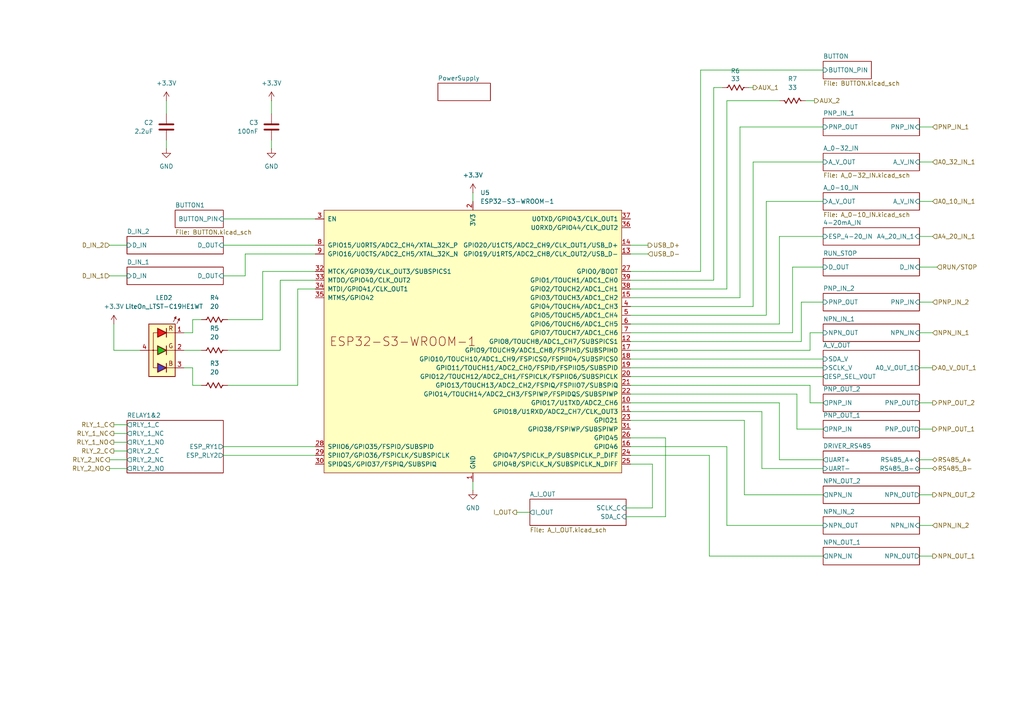
<source format=kicad_sch>
(kicad_sch (version 20250114) (generator "eeschema") (generator_version "9.0")
  (paper "A4")
  (lib_symbols
    (symbol "EasyEDA:+3.3V" (power) (pin_numbers (hide yes)) (pin_names (offset 0) (hide yes))
      (property "Value" "+3.3V" (at 0 3.556 0))
      (symbol "+3.3V_0_1"
        (polyline (pts (xy -0.762 1.27) (xy 0 2.54)))
        (polyline (pts (xy 0 2.54) (xy 0.762 1.27)))
        (polyline (pts (xy 0 0) (xy 0 2.54)))
      )
      (symbol "+3.3V_1_1"
        (pin power_in line (at 0 0 90) (length 0) (name "~") (number "1"))
      )
    )
    (symbol "EasyEDA:C_0603" (pin_numbers (hide yes)) (pin_names (offset 0.254))
      (property "Reference" "C" (at 0.635 2.54 0))
      (property "Value" "C_0603" (at 0.635 -2.54 0))
      (symbol "C_0603_0_1"
        (polyline (pts (xy -2.032 0.762) (xy 2.032 0.762)) (stroke (width 0.508)))
        (polyline (pts (xy -2.032 -0.762) (xy 2.032 -0.762)) (stroke (width 0.508)))
      )
      (symbol "C_0603_0_2"
        (polyline (pts (xy -2.54 -2.54) (xy -0.381 -0.381)))
        (polyline (pts (xy -0.508 -0.508) (xy -1.651 0.635)) (stroke (width 0.508)))
        (polyline (pts (xy -0.508 -0.508) (xy 0.635 -1.651)) (stroke (width 0.508)))
        (polyline (pts (xy 0.381 0.381) (xy 2.54 2.54)))
        (polyline (pts (xy 0.508 0.508) (xy -0.635 1.651)) (stroke (width 0.508)))
        (polyline (pts (xy 0.508 0.508) (xy 1.651 -0.635)) (stroke (width 0.508)))
      )
      (symbol "C_0603_1_1"
        (pin passive line (at 0 3.81 270) (length 2.794) (name "~") (number "1"))
        (pin passive line (at 0 -3.81 90) (length 2.794) (name "~") (number "2"))
      )
      (symbol "C_0603_1_2"
        (pin passive line (at -2.54 -2.54 90) (length 0) (name "~") (number "2"))
        (pin passive line (at 2.54 2.54 270) (length 0) (name "~") (number "1"))
      )
    )
    (symbol "EasyEDA:ESP32-S3-WROOM-1" (pin_names (offset 1.016))
      (property "Reference" "U" (at -43.18 43.18 0))
      (property "Value" "ESP32-S3-WROOM-1" (at -43.18 40.64 0))
      (symbol "ESP32-S3-WROOM-1_0_0"
        (text "ESP32-S3-WROOM-1" (at -20.32 0 0) (effects (font (size 2.54 2.54))))
        (pin input line (at -45.72 35.56 0) (length 2.54) (name "EN") (number "3"))
        (pin bidirectional line (at -45.72 27.94 0) (length 2.54) (name "GPIO15/U0RTS/ADC2_CH4/XTAL_32K_P") (number "8"))
        (pin bidirectional line (at -45.72 25.4 0) (length 2.54) (name "GPIO16/U0CTS/ADC2_CH5/XTAL_32K_N") (number "9"))
        (pin bidirectional line (at -45.72 20.32 0) (length 2.54) (name "MTCK/GPIO39/CLK_OUT3/SUBSPICS1") (number "32"))
        (pin bidirectional line (at -45.72 17.78 0) (length 2.54) (name "MTDO/GPIO40/CLK_OUT2") (number "33"))
        (pin bidirectional line (at -45.72 15.24 0) (length 2.54) (name "MTDI/GPIO41/CLK_OUT1") (number "34"))
        (pin bidirectional line (at -45.72 12.7 0) (length 2.54) (name "MTMS/GPIO42") (number "35"))
        (pin bidirectional line (at -45.72 -30.48 0) (length 2.54) (name "SPIIO6/GPIO35/FSPID/SUBSPID") (number "28"))
        (pin bidirectional line (at -45.72 -33.02 0) (length 2.54) (name "SPIIO7/GPIO36/FSPICLK/SUBSPICLK") (number "29"))
        (pin bidirectional line (at -45.72 -35.56 0) (length 2.54) (name "SPIDQS/GPIO37/FSPIQ/SUBSPIQ") (number "30"))
        (pin power_in line (at 0 40.64 270) (length 2.54) (name "3V3") (number "2"))
        (pin power_in line (at 0 -40.64 90) (length 2.54) (name "GND") (number "1"))
        (pin passive line (at 0 -40.64 90) (length 2.54) (hide yes) (name "GND") (number "40"))
        (pin passive line (at 0 -40.64 90) (length 2.54) (hide yes) (name "GND") (number "41"))
        (pin bidirectional line (at 45.72 35.56 180) (length 2.54) (name "U0TXD/GPIO43/CLK_OUT1") (number "37"))
        (pin bidirectional line (at 45.72 33.02 180) (length 2.54) (name "U0RXD/GPIO44/CLK_OUT2") (number "36"))
        (pin bidirectional line (at 45.72 27.94 180) (length 2.54) (name "GPIO20/U1CTS/ADC2_CH9/CLK_OUT1/USB_D+") (number "14"))
        (pin bidirectional line (at 45.72 25.4 180) (length 2.54) (name "GPIO19/U1RTS/ADC2_CH8/CLK_OUT2/USB_D-") (number "13"))
        (pin bidirectional line (at 45.72 20.32 180) (length 2.54) (name "GPIO0/BOOT") (number "27"))
        (pin bidirectional line (at 45.72 17.78 180) (length 2.54) (name "GPIO1/TOUCH1/ADC1_CH0") (number "39"))
        (pin bidirectional line (at 45.72 15.24 180) (length 2.54) (name "GPIO2/TOUCH2/ADC1_CH1") (number "38"))
        (pin bidirectional line (at 45.72 12.7 180) (length 2.54) (name "GPIO3/TOUCH3/ADC1_CH2") (number "15"))
        (pin bidirectional line (at 45.72 10.16 180) (length 2.54) (name "GPIO4/TOUCH4/ADC1_CH3") (number "4"))
        (pin bidirectional line (at 45.72 7.62 180) (length 2.54) (name "GPIO5/TOUCH5/ADC1_CH4") (number "5"))
        (pin bidirectional line (at 45.72 5.08 180) (length 2.54) (name "GPIO6/TOUCH6/ADC1_CH5") (number "6"))
        (pin bidirectional line (at 45.72 2.54 180) (length 2.54) (name "GPIO7/TOUCH7/ADC1_CH6") (number "7"))
        (pin bidirectional line (at 45.72 0 180) (length 2.54) (name "GPIO8/TOUCH8/ADC1_CH7/SUBSPICS1") (number "12"))
        (pin bidirectional line (at 45.72 -2.54 180) (length 2.54) (name "GPIO9/TOUCH9/ADC1_CH8/FSPIHD/SUBSPIHD") (number "17"))
        (pin bidirectional line (at 45.72 -5.08 180) (length 2.54) (name "GPIO10/TOUCH10/ADC1_CH9/FSPICS0/FSPIIO4/SUBSPICS0") (number "18"))
        (pin bidirectional line (at 45.72 -7.62 180) (length 2.54) (name "GPIO11/TOUCH11/ADC2_CH0/FSPID/FSPIIO5/SUBSPID") (number "19"))
        (pin bidirectional line (at 45.72 -10.16 180) (length 2.54) (name "GPIO12/TOUCH12/ADC2_CH1/FSPICLK/FSPIIO6/SUBSPICLK") (number "20"))
        (pin bidirectional line (at 45.72 -12.7 180) (length 2.54) (name "GPIO13/TOUCH13/ADC2_CH2/FSPIQ/FSPIIO7/SUBSPIQ") (number "21"))
        (pin bidirectional line (at 45.72 -15.24 180) (length 2.54) (name "GPIO14/TOUCH14/ADC2_CH3/FSPIWP/FSPIDQS/SUBSPIWP") (number "22"))
        (pin bidirectional line (at 45.72 -17.78 180) (length 2.54) (name "GPIO17/U1TXD/ADC2_CH6") (number "10"))
        (pin bidirectional line (at 45.72 -20.32 180) (length 2.54) (name "GPIO18/U1RXD/ADC2_CH7/CLK_OUT3") (number "11"))
        (pin bidirectional line (at 45.72 -22.86 180) (length 2.54) (name "GPIO21") (number "23"))
        (pin bidirectional line (at 45.72 -25.4 180) (length 2.54) (name "GPIO38/FSPIWP/SUBSPIWP") (number "31"))
        (pin bidirectional line (at 45.72 -27.94 180) (length 2.54) (name "GPIO45") (number "26"))
        (pin bidirectional line (at 45.72 -30.48 180) (length 2.54) (name "GPIO46") (number "16"))
        (pin bidirectional line (at 45.72 -33.02 180) (length 2.54) (name "GPIO47/SPICLK_P/SUBSPICLK_P_DIFF") (number "24"))
        (pin bidirectional line (at 45.72 -35.56 180) (length 2.54) (name "GPIO48/SPICLK_N/SUBSPICLK_N_DIFF") (number "25"))
      )
      (symbol "ESP32-S3-WROOM-1_0_1"
        (rectangle (start -43.18 38.1) (end 43.18 -38.1) (fill (type background)))
      )
    )
    (symbol "EasyEDA:GND" (power) (pin_numbers (hide yes)) (pin_names (offset 0) (hide yes))
      (property "Value" "GND" (at 0 -3.81 0))
      (symbol "GND_0_1"
        (polyline (pts (xy 0 0) (xy 0 -1.27) (xy 1.27 -1.27) (xy 0 -2.54) (xy -1.27 -1.27) (xy 0 -1.27)))
      )
      (symbol "GND_1_1"
        (pin power_in line (at 0 0 270) (length 0) (name "~") (number "1"))
      )
    )
    (symbol "EasyEDA:R_0603" (pin_numbers (hide yes)) (pin_names (offset 0))
      (property "Reference" "R" (at 2.54 1.27 0))
      (property "Value" "R_0603" (at 2.54 -1.27 0))
      (symbol "R_0603_0_1"
        (polyline (pts (xy 0 2.286) (xy 0 2.54)) (stroke (width 0.254)))
        (polyline (pts (xy 0 2.286) (xy 0.762 1.905) (xy -0.762 1.143) (xy 0 0.762) (xy 0.762 0.381) (xy 0 0) (xy -0.762 -0.381) (xy 0 -0.762) (xy 0.762 -1.143) (xy 0 -1.524) (xy -0.762 -1.905) (xy 0 -2.286)) (stroke (width 0.254)))
        (polyline (pts (xy 0 -2.286) (xy 0 -2.54)) (stroke (width 0.254)))
      )
      (symbol "R_0603_0_2"
        (polyline (pts (xy -2.54 -2.54) (xy -1.778 -1.778)))
        (polyline (pts (xy -1.778 -1.778) (xy -1.524 -1.524)) (stroke (width 0.254)))
        (polyline (pts (xy -1.524 -1.524) (xy -1.778 -0.762) (xy -1.016 -1.016)) (stroke (width 0.254)))
        (polyline (pts (xy -0.508 -0.508) (xy -0.762 0.254) (xy 0 0)) (stroke (width 0.254)))
        (polyline (pts (xy -0.508 -0.508) (xy -0.254 -1.27) (xy -1.016 -1.016)) (stroke (width 0.254)))
        (polyline (pts (xy 0.508 0.508) (xy 0.254 1.27) (xy 1.016 1.016)) (stroke (width 0.254)))
        (polyline (pts (xy 0.508 0.508) (xy 0.762 -0.254) (xy 0 0)) (stroke (width 0.254)))
        (polyline (pts (xy 1.524 1.524) (xy 1.778 0.762) (xy 1.016 1.016)) (stroke (width 0.254)))
        (polyline (pts (xy 1.778 1.778) (xy 1.524 1.524)) (stroke (width 0.254)))
        (polyline (pts (xy 1.778 1.778) (xy 2.54 2.54)))
      )
      (symbol "R_0603_1_1"
        (pin passive line (at 0 3.81 270) (length 1.27) (name "~") (number "1"))
        (pin passive line (at 0 -3.81 90) (length 1.27) (name "~") (number "2"))
      )
      (symbol "R_0603_1_2"
        (pin passive line (at -2.54 -2.54 0) (length 0) (name "") (number "2"))
        (pin passive line (at 2.54 2.54 180) (length 0) (name "") (number "1"))
      )
    )
    (symbol "PCM_LED_AKL:LiteOn_LTST-C19HE1WT" (pin_names (offset 1.016) (hide yes))
      (property "Reference" "LED" (at 0 13.97 0))
      (property "Value" "LiteOn_LTST-C19HE1WT" (at 0 11.43 0))
      (symbol "LiteOn_LTST-C19HE1WT_0_0"
        (polyline (pts (xy -1.397 5.08) (xy -2.54 5.08) (xy -2.54 -5.08) (xy -1.397 -5.08)) (stroke (width 0.1524)))
        (polyline (pts (xy -1.397 0) (xy -3.81 0)) (stroke (width 0.1524)))
        (polyline (pts (xy 3.81 5.08) (xy 1.27 5.08)) (stroke (width 0.1524)))
        (polyline (pts (xy 3.81 0) (xy 1.27 0)) (stroke (width 0.1524)))
        (polyline (pts (xy 3.81 -5.08) (xy 1.27 -5.08)) (stroke (width 0.1524)))
        (text "R" (at 2.54 6.35 0) (effects (font (size 1.27 1.27))))
        (text "G" (at 2.54 1.27 0) (effects (font (size 1.27 1.27))))
        (text "B" (at 2.54 -3.81 0) (effects (font (size 1.27 1.27))))
      )
      (symbol "LiteOn_LTST-C19HE1WT_0_1"
        (rectangle (start -3.81 7.62) (end 3.81 -7.62) (stroke (width 0.254)) (fill (type background)))
        (circle (center -2.54 0) (radius 0.1524) (stroke (width 0.1524)))
        (polyline (pts (xy -1.27 6.35) (xy -1.27 3.81) (xy 1.27 5.08) (xy -1.27 6.35)) (stroke (width 0.254)) (fill (type color) (color 240 30 30 1)))
        (polyline (pts (xy -1.27 1.27) (xy -1.27 -1.27) (xy 1.27 0) (xy -1.27 1.27)) (stroke (width 0.254)) (fill (type color) (color 30 200 30 1)))
        (polyline (pts (xy -1.27 -3.81) (xy -1.27 -6.35) (xy 1.27 -5.08) (xy -1.27 -3.81)) (stroke (width 0.254)) (fill (type color) (color 70 70 200 1)))
        (polyline (pts (xy 1.27 6.35) (xy 1.27 3.81)) (stroke (width 0.254)))
        (polyline (pts (xy 1.27 1.27) (xy 1.27 -1.27)) (stroke (width 0.254)))
        (polyline (pts (xy 1.27 -3.81) (xy 1.27 -6.35)) (stroke (width 0.254)))
        (polyline (pts (xy 3.302 8.255) (xy 4.064 9.779)) (stroke (width 0.1524)))
        (polyline (pts (xy 3.81 9.271) (xy 3.556 9.398)) (stroke (width 0.1524)))
        (polyline (pts (xy 3.81 9.271) (xy 4.064 9.144)) (stroke (width 0.1524)))
        (polyline (pts (xy 4.064 9.144) (xy 3.556 9.398) (xy 4.064 9.779) (xy 4.064 9.144)) (stroke (width 0.1524)) (fill (type outline)))
        (polyline (pts (xy 4.318 7.747) (xy 5.08 9.271)) (stroke (width 0.1524)))
        (polyline (pts (xy 4.826 8.763) (xy 4.572 8.89)) (stroke (width 0.1524)))
        (polyline (pts (xy 4.826 8.763) (xy 5.08 8.636)) (stroke (width 0.1524)))
        (polyline (pts (xy 5.08 8.636) (xy 4.572 8.89) (xy 5.08 9.271) (xy 5.08 8.636)) (stroke (width 0.1524)) (fill (type outline)))
      )
      (symbol "LiteOn_LTST-C19HE1WT_1_1"
        (pin passive line (at -6.35 0 0) (length 2.54) (name "A") (number "4"))
        (pin passive line (at 6.35 5.08 180) (length 2.54) (name "R") (number "1"))
        (pin passive line (at 6.35 0 180) (length 2.54) (name "G") (number "2"))
        (pin passive line (at 6.35 -5.08 180) (length 2.54) (name "B") (number "3"))
      )
    )
  )
  (wire (pts (xy 266.7 106.68) (xy 270.51 106.68)))
  (wire (pts (xy 181.61 147.32) (xy 189.23 147.32)))
  (wire (pts (xy 234.95 96.52) (xy 234.95 101.6)))
  (wire (pts (xy 226.06 68.58) (xy 238.76 68.58)))
  (wire (pts (xy 266.7 135.89) (xy 270.51 135.89)))
  (wire (pts (xy 66.04 92.71) (xy 76.2 92.71)))
  (wire (pts (xy 226.06 133.35) (xy 238.76 133.35)))
  (wire (pts (xy 48.26 29.21) (xy 48.26 33.02)))
  (wire (pts (xy 266.7 46.99) (xy 270.51 46.99)))
  (wire (pts (xy 66.04 101.6) (xy 81.28 101.6)))
  (wire (pts (xy 182.88 106.68) (xy 238.76 106.68)))
  (wire (pts (xy 210.82 29.21) (xy 226.06 29.21)))
  (wire (pts (xy 270.51 87.63) (xy 266.7 87.63)))
  (wire (pts (xy 153.67 148.59) (xy 149.86 148.59)))
  (wire (pts (xy 203.2 20.32) (xy 203.2 78.74)))
  (wire (pts (xy 36.83 128.27) (xy 33.02 128.27)))
  (wire (pts (xy 222.25 58.42) (xy 222.25 91.44)))
  (wire (pts (xy 86.36 83.82) (xy 91.44 83.82)))
  (wire (pts (xy 210.82 83.82) (xy 182.88 83.82)))
  (wire (pts (xy 36.83 130.81) (xy 33.02 130.81)))
  (wire (pts (xy 193.04 127) (xy 193.04 149.86)))
  (wire (pts (xy 218.44 88.9) (xy 182.88 88.9)))
  (wire (pts (xy 78.74 29.21) (xy 78.74 33.02)))
  (wire (pts (xy 238.76 96.52) (xy 234.95 96.52)))
  (wire (pts (xy 207.01 81.28) (xy 182.88 81.28)))
  (wire (pts (xy 55.88 92.71) (xy 58.42 92.71)))
  (wire (pts (xy 189.23 134.62) (xy 182.88 134.62)))
  (wire (pts (xy 214.63 36.83) (xy 214.63 86.36)))
  (wire (pts (xy 189.23 134.62) (xy 189.23 147.32)))
  (wire (pts (xy 266.7 58.42) (xy 270.51 58.42)))
  (wire (pts (xy 218.44 46.99) (xy 238.76 46.99)))
  (wire (pts (xy 234.95 116.84) (xy 234.95 111.76)))
  (wire (pts (xy 218.44 46.99) (xy 218.44 88.9)))
  (wire (pts (xy 266.7 116.84) (xy 270.51 116.84)))
  (wire (pts (xy 210.82 129.54) (xy 182.88 129.54)))
  (wire (pts (xy 231.14 114.3) (xy 231.14 124.46)))
  (wire (pts (xy 181.61 149.86) (xy 193.04 149.86)))
  (wire (pts (xy 48.26 40.64) (xy 48.26 43.18)))
  (wire (pts (xy 270.51 36.83) (xy 266.7 36.83)))
  (wire (pts (xy 226.06 116.84) (xy 182.88 116.84)))
  (wire (pts (xy 266.7 124.46) (xy 270.51 124.46)))
  (wire (pts (xy 233.68 29.21) (xy 236.22 29.21)))
  (wire (pts (xy 222.25 91.44) (xy 182.88 91.44)))
  (wire (pts (xy 36.83 135.89) (xy 31.75 135.89)))
  (wire (pts (xy 36.83 133.35) (xy 31.75 133.35)))
  (wire (pts (xy 64.77 132.08) (xy 91.44 132.08)))
  (wire (pts (xy 210.82 29.21) (xy 210.82 83.82)))
  (wire (pts (xy 193.04 127) (xy 182.88 127)))
  (wire (pts (xy 238.76 161.29) (xy 205.74 161.29)))
  (wire (pts (xy 238.76 124.46) (xy 231.14 124.46)))
  (wire (pts (xy 81.28 101.6) (xy 81.28 81.28)))
  (wire (pts (xy 137.16 139.7) (xy 137.16 142.24)))
  (wire (pts (xy 210.82 152.4) (xy 210.82 129.54)))
  (wire (pts (xy 203.2 20.32) (xy 238.76 20.32)))
  (wire (pts (xy 215.9 121.92) (xy 215.9 143.51)))
  (wire (pts (xy 232.41 87.63) (xy 232.41 99.06)))
  (wire (pts (xy 271.78 77.47) (xy 266.7 77.47)))
  (wire (pts (xy 31.75 71.12) (xy 36.83 71.12)))
  (wire (pts (xy 55.88 92.71) (xy 55.88 96.52)))
  (wire (pts (xy 220.98 135.89) (xy 238.76 135.89)))
  (wire (pts (xy 214.63 86.36) (xy 182.88 86.36)))
  (wire (pts (xy 226.06 68.58) (xy 226.06 93.98)))
  (wire (pts (xy 53.34 101.6) (xy 58.42 101.6)))
  (wire (pts (xy 64.77 80.01) (xy 71.12 80.01)))
  (wire (pts (xy 229.87 77.47) (xy 229.87 96.52)))
  (wire (pts (xy 64.77 129.54) (xy 91.44 129.54)))
  (wire (pts (xy 215.9 121.92) (xy 182.88 121.92)))
  (wire (pts (xy 270.51 143.51) (xy 266.7 143.51)))
  (wire (pts (xy 270.51 96.52) (xy 266.7 96.52)))
  (wire (pts (xy 55.88 96.52) (xy 53.34 96.52)))
  (wire (pts (xy 182.88 96.52) (xy 229.87 96.52)))
  (wire (pts (xy 266.7 68.58) (xy 270.51 68.58)))
  (wire (pts (xy 238.76 36.83) (xy 214.63 36.83)))
  (wire (pts (xy 71.12 73.66) (xy 91.44 73.66)))
  (wire (pts (xy 238.76 152.4) (xy 210.82 152.4)))
  (wire (pts (xy 182.88 71.12) (xy 187.96 71.12)))
  (wire (pts (xy 55.88 111.76) (xy 58.42 111.76)))
  (wire (pts (xy 209.55 25.4) (xy 207.01 25.4)))
  (wire (pts (xy 226.06 133.35) (xy 226.06 116.84)))
  (wire (pts (xy 215.9 143.51) (xy 238.76 143.51)))
  (wire (pts (xy 220.98 135.89) (xy 220.98 119.38)))
  (wire (pts (xy 31.75 80.01) (xy 36.83 80.01)))
  (wire (pts (xy 205.74 132.08) (xy 182.88 132.08)))
  (wire (pts (xy 182.88 104.14) (xy 238.76 104.14)))
  (wire (pts (xy 182.88 109.22) (xy 238.76 109.22)))
  (wire (pts (xy 137.16 55.88) (xy 137.16 58.42)))
  (wire (pts (xy 234.95 116.84) (xy 238.76 116.84)))
  (wire (pts (xy 207.01 25.4) (xy 207.01 81.28)))
  (wire (pts (xy 182.88 114.3) (xy 231.14 114.3)))
  (wire (pts (xy 238.76 77.47) (xy 229.87 77.47)))
  (wire (pts (xy 71.12 80.01) (xy 71.12 73.66)))
  (wire (pts (xy 76.2 92.71) (xy 76.2 78.74)))
  (wire (pts (xy 86.36 111.76) (xy 86.36 83.82)))
  (wire (pts (xy 36.83 125.73) (xy 33.02 125.73)))
  (wire (pts (xy 64.77 71.12) (xy 91.44 71.12)))
  (wire (pts (xy 66.04 111.76) (xy 86.36 111.76)))
  (wire (pts (xy 55.88 111.76) (xy 55.88 106.68)))
  (wire (pts (xy 78.74 40.64) (xy 78.74 43.18)))
  (wire (pts (xy 182.88 93.98) (xy 226.06 93.98)))
  (wire (pts (xy 266.7 133.35) (xy 270.51 133.35)))
  (wire (pts (xy 270.51 152.4) (xy 266.7 152.4)))
  (wire (pts (xy 33.02 93.98) (xy 33.02 101.6)))
  (wire (pts (xy 182.88 73.66) (xy 187.96 73.66)))
  (wire (pts (xy 232.41 87.63) (xy 238.76 87.63)))
  (wire (pts (xy 270.51 161.29) (xy 266.7 161.29)))
  (wire (pts (xy 55.88 106.68) (xy 53.34 106.68)))
  (wire (pts (xy 205.74 132.08) (xy 205.74 161.29)))
  (wire (pts (xy 234.95 101.6) (xy 182.88 101.6)))
  (wire (pts (xy 36.83 123.19) (xy 33.02 123.19)))
  (wire (pts (xy 234.95 111.76) (xy 182.88 111.76)))
  (wire (pts (xy 220.98 119.38) (xy 182.88 119.38)))
  (wire (pts (xy 182.88 78.74) (xy 203.2 78.74)))
  (wire (pts (xy 33.02 101.6) (xy 40.64 101.6)))
  (wire (pts (xy 238.76 58.42) (xy 222.25 58.42)))
  (wire (pts (xy 217.17 25.4) (xy 218.44 25.4)))
  (wire (pts (xy 182.88 99.06) (xy 232.41 99.06)))
  (wire (pts (xy 81.28 81.28) (xy 91.44 81.28)))
  (wire (pts (xy 64.77 63.5) (xy 91.44 63.5)))
  (wire (pts (xy 76.2 78.74) (xy 91.44 78.74)))
  (hierarchical_label "D_IN_1" (shape input) (at 31.75 80.01 180))
  (hierarchical_label "RUN{slash}STOP" (shape input) (at 271.78 77.47 0))
  (hierarchical_label "NPN_IN_2" (shape input) (at 270.51 152.4 0))
  (hierarchical_label "RLY_2_C" (shape output) (at 33.02 130.81 180))
  (hierarchical_label "NPN_IN_1" (shape input) (at 270.51 96.52 0))
  (hierarchical_label "RLY_2_NC" (shape output) (at 31.75 133.35 180))
  (hierarchical_label "PNP_OUT_1" (shape output) (at 270.51 124.46 0))
  (hierarchical_label "A0_10_IN_1" (shape input) (at 270.51 58.42 0))
  (hierarchical_label "AUX_1" (shape output) (at 218.44 25.4 0))
  (hierarchical_label "RLY_1_C" (shape output) (at 33.02 123.19 180))
  (hierarchical_label "RLY_1_NC" (shape output) (at 33.02 125.73 180))
  (hierarchical_label "USB_D-" (shape input) (at 187.96 73.66 0))
  (hierarchical_label "RS485_A+" (shape bidirectional) (at 270.51 133.35 0))
  (hierarchical_label "PNP_IN_2" (shape input) (at 270.51 87.63 0))
  (hierarchical_label "NPN_OUT_2" (shape output) (at 270.51 143.51 0))
  (hierarchical_label "RLY_2_NO" (shape output) (at 31.75 135.89 180))
  (hierarchical_label "NPN_OUT_1" (shape output) (at 270.51 161.29 0))
  (hierarchical_label "RS485_B-" (shape bidirectional) (at 270.51 135.89 0))
  (hierarchical_label "A4_20_IN_1" (shape input) (at 270.51 68.58 0))
  (hierarchical_label "D_IN_2" (shape input) (at 31.75 71.12 180))
  (hierarchical_label "AUX_2" (shape output) (at 236.22 29.21 0))
  (hierarchical_label "PNP_OUT_2" (shape output) (at 270.51 116.84 0))
  (hierarchical_label "PNP_IN_1" (shape input) (at 270.51 36.83 0))
  (hierarchical_label "I_OUT" (shape output) (at 149.86 148.59 180))
  (hierarchical_label "USB_D+" (shape output) (at 187.96 71.12 0))
  (hierarchical_label "RLY_1_NO" (shape output) (at 33.02 128.27 180))
  (hierarchical_label "A0_32_IN_1" (shape input) (at 270.51 46.99 0))
  (hierarchical_label "A0_V_OUT_1" (shape output) (at 270.51 106.68 0))
  (symbol (lib_id "EasyEDA:R_0603") (at 62.23 92.71 90) (unit 1)
    (property "Reference" "R4" (at 62.23 86.36 90))
    (property "Value" "20" (at 62.23 88.9 90))
    (property "Footprint" "PCM_Resistor_SMD_AKL:R_0603_1608Metric" (effects (hide yes)))
    (property "Datasheet" "https://jlcpcb.com/api/file/downloadByFileSystemAccessId/8579706172544782336" (effects (hide yes)))
    (property "Description" "SMD 0603 Chip Resistor, US Symbol, Alternate KiCad Library" (effects (hide yes)))
    (property "Part #" "0603WAF200JT5E" (effects (hide yes)))
    (property "LCSC Part" "C22950" (effects (hide yes)))
  )
  (symbol (lib_id "EasyEDA:+3.3V") (at 137.16 55.88 0) (unit 1)
    (property "Reference" "#PWR023" (effects (hide yes)))
    (property "Value" "+3.3V" (at 137.16 50.8 0))
    (property "Description" "Power symbol creates a global label with name \"+3.3V\"" (effects (hide yes)))
  )
  (symbol (lib_id "EasyEDA:ESP32-S3-WROOM-1") (at 137.16 99.06 0) (unit 1)
    (property "Reference" "U5" (at 139.3033 55.88 0) (effects (justify left)))
    (property "Value" "ESP32-S3-WROOM-1" (at 139.3033 58.42 0) (effects (justify left)))
    (property "Footprint" "RF_Module:ESP32-S3-WROOM-1U" (effects (hide yes)))
    (property "Datasheet" "https://www.espressif.com/sites/default/files/documentation/esp32-s3-wroom-1_wroom-1u_datasheet_en.pdf" (effects (hide yes)))
    (property "Description" "2.4 GHz WiFi (802.11 b/g/n) and Bluetooth ® 5 (LE) module Built around ESP32S3 series of SoCs, Xtensa ® dualcore 32bit LX7 microprocessor Flash up to 16 MB, PSRAM up to 8 MB 36 GPIOs, rich set of peripherals Onboard PCB antenna" (effects (hide yes)))
    (property "Part #" "ESP32-S3-WROOM-1U-N16R8" (effects (hide yes)))
    (property "LCSC Part" "C3013946" (effects (hide yes)))
  )
  (symbol (lib_id "EasyEDA:R_0603") (at 229.87 29.21 90) (mirror x) (unit 1)
    (property "Reference" "R7" (at 229.87 22.86 90))
    (property "Value" "33" (at 229.87 25.4 90))
    (property "Footprint" "PCM_Resistor_SMD_AKL:R_0603_1608Metric" (effects (hide yes)))
    (property "Datasheet" "https://jlcpcb.com/api/file/downloadByFileSystemAccessId/8579706226143518720" (effects (hide yes)))
    (property "Description" "SMD 0603 Chip Resistor, US Symbol, Alternate KiCad Library" (effects (hide yes)))
    (property "Part #" "0603WAF330JT5E" (effects (hide yes)))
    (property "LCSC Part" "C23140" (effects (hide yes)))
  )
  (symbol (lib_id "EasyEDA:+3.3V") (at 33.02 93.98 0) (unit 1)
    (property "Reference" "#PWR018" (effects (hide yes)))
    (property "Value" "+3.3V" (at 33.02 88.9 0))
    (property "Description" "Power symbol creates a global label with name \"+3.3V\"" (effects (hide yes)))
  )
  (symbol (lib_id "EasyEDA:GND") (at 137.16 142.24 0) (unit 1)
    (property "Reference" "#PWR024" (effects (hide yes)))
    (property "Value" "GND" (at 137.16 147.32 0))
    (property "Description" "Power symbol creates a global label with name \"GND\" , ground" (effects (hide yes)))
  )
  (symbol (lib_id "EasyEDA:R_0603") (at 213.36 25.4 90) (unit 1)
    (property "Reference" "R6" (at 214.63 20.574 90) (effects (justify left)))
    (property "Value" "33" (at 214.63 22.86 90) (effects (justify left)))
    (property "Footprint" "PCM_Resistor_SMD_AKL:R_0603_1608Metric" (effects (hide yes)))
    (property "Datasheet" "https://jlcpcb.com/api/file/downloadByFileSystemAccessId/8579706226143518720" (effects (hide yes)))
    (property "Description" "SMD 0603 Chip Resistor, US Symbol, Alternate KiCad Library" (effects (hide yes)))
    (property "Part #" "0603WAF330JT5E" (effects (hide yes)))
    (property "LCSC Part" "C23140" (effects (hide yes)))
  )
  (symbol (lib_id "EasyEDA:C_0603") (at 78.74 36.83 0) (mirror y) (unit 1)
    (property "Reference" "C3" (at 74.93 35.5599 0) (effects (justify left)))
    (property "Value" "100nF" (at 74.93 38.0999 0) (effects (justify left)))
    (property "Footprint" "PCM_Capacitor_SMD_AKL:C_0603_1608Metric" (effects (hide yes)))
    (property "Datasheet" "https://www.lcsc.com/datasheet/C77058.pdf" (effects (hide yes)))
    (property "Description" "SMD 0603 MLCC capacitor, Alternate KiCad Library" (effects (hide yes)))
    (property "Part #" "GRM188R72A104KA35D" (effects (hide yes)))
    (property "LCSC Part" "C77058" (effects (hide yes)))
  )
  (symbol (lib_id "EasyEDA:+3.3V") (at 78.74 29.21 0) (unit 1)
    (property "Reference" "#PWR021" (effects (hide yes)))
    (property "Value" "+3.3V" (at 78.74 24.13 0))
    (property "Description" "Power symbol creates a global label with name \"+3.3V\"" (effects (hide yes)))
  )
  (symbol (lib_id "EasyEDA:GND") (at 78.74 43.18 0) (unit 1)
    (property "Reference" "#PWR022" (effects (hide yes)))
    (property "Value" "GND" (at 78.74 48.26 0))
    (property "Description" "Power symbol creates a global label with name \"GND\" , ground" (effects (hide yes)))
  )
  (symbol (lib_id "EasyEDA:+3.3V") (at 48.26 29.21 0) (unit 1)
    (property "Reference" "#PWR019" (effects (hide yes)))
    (property "Value" "+3.3V" (at 48.26 24.13 0))
    (property "Description" "Power symbol creates a global label with name \"+3.3V\"" (effects (hide yes)))
  )
  (symbol (lib_id "EasyEDA:GND") (at 48.26 43.18 0) (unit 1)
    (property "Reference" "#PWR020" (effects (hide yes)))
    (property "Value" "GND" (at 48.26 48.26 0))
    (property "Description" "Power symbol creates a global label with name \"GND\" , ground" (effects (hide yes)))
  )
  (symbol (lib_id "EasyEDA:R_0603") (at 62.23 101.6 90) (unit 1)
    (property "Reference" "R5" (at 62.23 95.25 90))
    (property "Value" "20" (at 62.23 97.79 90))
    (property "Footprint" "PCM_Resistor_SMD_AKL:R_0603_1608Metric" (effects (hide yes)))
    (property "Datasheet" "https://jlcpcb.com/api/file/downloadByFileSystemAccessId/8579706172544782336" (effects (hide yes)))
    (property "Description" "SMD 0603 Chip Resistor, US Symbol, Alternate KiCad Library" (effects (hide yes)))
    (property "Part #" "0603WAF200JT5E" (effects (hide yes)))
    (property "LCSC Part" "C22950" (effects (hide yes)))
  )
  (symbol (lib_id "PCM_LED_AKL:LiteOn_LTST-C19HE1WT") (at 46.99 101.6 0) (unit 1)
    (property "Reference" "LED2" (at 47.5996 86.36 0))
    (property "Value" "LiteOn_LTST-C19HE1WT" (at 47.5996 88.9 0))
    (property "Footprint" "PCM_LED_SMD_AKL:LED_LiteOn_LTST-C19HE1WT" (effects (hide yes)))
    (property "Datasheet" "https://www.lcsc.com/datasheet/C458749.pdf" (effects (hide yes)))
    (property "Description" "RGB LED, PLCC-4, 1.6x1.6mm, common anode, Alternate KiCad Library" (effects (hide yes)))
    (property "LCSC Part" "C458749" (effects (hide yes)))
    (property "Part #" "LTST-C19HE1WT" (effects (hide yes)))
  )
  (symbol (lib_id "EasyEDA:C_0603") (at 48.26 36.83 0) (mirror y) (unit 1)
    (property "Reference" "C2" (at 44.45 35.5599 0) (effects (justify left)))
    (property "Value" "2.2uF" (at 44.45 38.0999 0) (effects (justify left)))
    (property "Footprint" "PCM_Capacitor_SMD_AKL:C_0603_1608Metric" (effects (hide yes)))
    (property "Datasheet" "https://www.lcsc.com/datasheet/C913904.pdf" (effects (hide yes)))
    (property "Description" "SMD 0603 MLCC capacitor, Alternate KiCad Library" (effects (hide yes)))
    (property "Part #" "CL10A225KB8NNNC" (effects (hide yes)))
    (property "LCSC Part" "C913904" (effects (hide yes)))
  )
  (symbol (lib_id "EasyEDA:R_0603") (at 62.23 111.76 90) (unit 1)
    (property "Reference" "R3" (at 62.23 105.41 90))
    (property "Value" "20" (at 62.23 107.95 90))
    (property "Footprint" "PCM_Resistor_SMD_AKL:R_0603_1608Metric" (effects (hide yes)))
    (property "Datasheet" "https://jlcpcb.com/api/file/downloadByFileSystemAccessId/8579706172544782336" (effects (hide yes)))
    (property "Description" "SMD 0603 Chip Resistor, US Symbol, Alternate KiCad Library" (effects (hide yes)))
    (property "Part #" "0603WAF200JT5E" (effects (hide yes)))
    (property "LCSC Part" "C22950" (effects (hide yes)))
  )
  (sheet (at 238.76 114.3) (size 27.94 5.08) (stroke (width 0.1524))
    (property "Sheetname" "PNP_OUT_2" (at 238.76 113.5884 0) (effects (justify left bottom)))
    (property "Sheetfile" "PNP_OUT.kicad_sch" (effects (hide yes)))
    (pin "PNP_IN" output (at 238.76 116.84 180))
    (pin "PNP_OUT" output (at 266.7 116.84 0))
  )
  (sheet (at 238.76 149.86) (size 27.94 5.08) (stroke (width 0.1524))
    (property "Sheetname" "NPN_IN_2" (at 238.76 149.1484 0) (effects (justify left bottom)))
    (property "Sheetfile" "NPN_IN.kicad_sch" (effects (hide yes)))
    (pin "NPN_IN" input (at 266.7 152.4 0))
    (pin "NPN_OUT" input (at 238.76 152.4 180))
  )
  (sheet (at 50.8 60.96) (size 13.97 5.08) (stroke (width 0.1524))
    (property "Sheetname" "BUTTON1" (at 50.8 60.2484 0) (effects (justify left bottom)))
    (property "Sheetfile" "BUTTON.kicad_sch" (at 50.8 66.6246 0) (effects (justify left top)))
    (pin "BUTTON_PIN" input (at 64.77 63.5 0))
  )
  (sheet (at 238.76 66.04) (size 27.94 5.08) (stroke (width 0.1524))
    (property "Sheetname" "4-20mA_IN" (at 238.76 65.3284 0) (effects (justify left bottom)))
    (property "Sheetfile" "ANALOG_IN.kicad_sch" (effects (hide yes)))
    (pin "A4_20_IN_1" input (at 266.7 68.58 0))
    (pin "ESP_4-20_IN" input (at 238.76 68.58 180))
  )
  (sheet (at 153.67 144.78) (size 27.94 7.62) (stroke (width 0.1524))
    (property "Sheetname" "A_I_OUT" (at 153.67 144.0684 0) (effects (justify left bottom)))
    (property "Sheetfile" "A_I_OUT.kicad_sch" (at 153.67 152.9846 0) (effects (justify left top)))
    (pin "I_OUT" output (at 153.67 148.59 180))
    (pin "SCLK_C" input (at 181.61 147.32 0))
    (pin "SDA_C" input (at 181.61 149.86 0))
  )
  (sheet (at 36.83 121.92) (size 27.94 15.24) (stroke (width 0.1524))
    (property "Sheetname" "RELAY1&2" (at 36.83 121.2084 0) (effects (justify left bottom)))
    (property "Sheetfile" "RELAY1&2.kicad_sch" (effects (hide yes)))
    (pin "ESP_RLY2" output (at 64.77 132.08 0))
    (pin "ESP_RY1" output (at 64.77 129.54 0))
    (pin "RLY_1_C" output (at 36.83 123.19 180))
    (pin "RLY_1_NC" output (at 36.83 125.73 180))
    (pin "RLY_1_NO" output (at 36.83 128.27 180))
    (pin "RLY_2_C" output (at 36.83 130.81 180))
    (pin "RLY_2_NC" output (at 36.83 133.35 180))
    (pin "RLY_2_NO" output (at 36.83 135.89 180))
  )
  (sheet (at 238.76 140.97) (size 27.94 5.08) (stroke (width 0.1524))
    (property "Sheetname" "NPN_OUT_2" (at 238.76 140.2584 0) (effects (justify left bottom)))
    (property "Sheetfile" "NPN_OUT.kicad_sch" (effects (hide yes)))
    (pin "NPN_IN" output (at 238.76 143.51 180))
    (pin "NPN_OUT" output (at 266.7 143.51 0))
  )
  (sheet (at 238.76 130.81) (size 27.94 6.35) (stroke (width 0.1524))
    (property "Sheetname" "DRIVER_RS485" (at 238.76 130.0984 0) (effects (justify left bottom)))
    (property "Sheetfile" "DRIVER_RS485.kicad_sch" (effects (hide yes)))
    (pin "UART+" output (at 238.76 133.35 180))
    (pin "UART-" input (at 238.76 135.89 180))
    (pin "RS485_A+" bidirectional (at 266.7 133.35 0))
    (pin "RS485_B-" bidirectional (at 266.7 135.89 0))
  )
  (sheet (at 238.76 34.29) (size 27.94 5.08) (stroke (width 0.1524))
    (property "Sheetname" "PNP_IN_1" (at 238.76 33.5784 0) (effects (justify left bottom)))
    (property "Sheetfile" "PNP_IN.kicad_sch" (effects (hide yes)))
    (pin "PNP_IN" input (at 266.7 36.83 0))
    (pin "PNP_OUT" input (at 238.76 36.83 180))
  )
  (sheet (at 238.76 55.88) (size 27.94 5.08) (stroke (width 0.1524))
    (property "Sheetname" "A_0-10_IN" (at 238.76 55.1684 0) (effects (justify left bottom)))
    (property "Sheetfile" "A_0-10_IN.kicad_sch" (at 238.76 61.5446 0) (effects (justify left top)))
    (pin "A_V_IN" input (at 266.7 58.42 0))
    (pin "A_V_OUT" input (at 238.76 58.42 180))
  )
  (sheet (at 238.76 17.78) (size 13.97 5.08) (stroke (width 0.1524))
    (property "Sheetname" "BUTTON" (at 238.76 17.0684 0) (effects (justify left bottom)))
    (property "Sheetfile" "BUTTON.kicad_sch" (at 238.76 23.4446 0) (effects (justify left top)))
    (pin "BUTTON_PIN" input (at 238.76 20.32 180))
  )
  (sheet (at 238.76 93.98) (size 27.94 5.08) (stroke (width 0.1524))
    (property "Sheetname" "NPN_IN_1" (at 238.76 93.2684 0) (effects (justify left bottom)))
    (property "Sheetfile" "NPN_IN.kicad_sch" (effects (hide yes)))
    (pin "NPN_IN" input (at 266.7 96.52 0))
    (pin "NPN_OUT" input (at 238.76 96.52 180))
  )
  (sheet (at 238.76 158.75) (size 27.94 5.08) (stroke (width 0.1524))
    (property "Sheetname" "NPN_OUT_1" (at 238.76 158.0384 0) (effects (justify left bottom)))
    (property "Sheetfile" "NPN_OUT.kicad_sch" (effects (hide yes)))
    (pin "NPN_IN" output (at 238.76 161.29 180))
    (pin "NPN_OUT" output (at 266.7 161.29 0))
  )
  (sheet (at 238.76 44.45) (size 27.94 5.08) (stroke (width 0.1524))
    (property "Sheetname" "A_0-32_IN" (at 238.76 43.7384 0) (effects (justify left bottom)))
    (property "Sheetfile" "A_0-32_IN.kicad_sch" (at 238.76 50.1146 0) (effects (justify left top)))
    (pin "A_V_IN" input (at 266.7 46.99 0))
    (pin "A_V_OUT" input (at 238.76 46.99 180))
  )
  (sheet (at 238.76 121.92) (size 27.94 5.08) (stroke (width 0.1524))
    (property "Sheetname" "PNP_OUT_1" (at 238.76 121.2084 0) (effects (justify left bottom)))
    (property "Sheetfile" "PNP_OUT.kicad_sch" (effects (hide yes)))
    (pin "PNP_IN" output (at 238.76 124.46 180))
    (pin "PNP_OUT" output (at 266.7 124.46 0))
  )
  (sheet (at 238.76 101.6) (size 27.94 10.16) (stroke (width 0.1524))
    (property "Sheetname" "A_V_OUT" (at 238.76 100.8884 0) (effects (justify left bottom)))
    (property "Sheetfile" "A_V_OUT.kicad_sch" (effects (hide yes)))
    (pin "SCLK_V" input (at 238.76 106.68 180))
    (pin "SDA_V" input (at 238.76 104.14 180))
    (pin "A0_V_OUT_1" output (at 266.7 106.68 0))
    (pin "ESP_SEL_VOUT" output (at 238.76 109.22 180))
  )
  (sheet (at 36.83 77.47) (size 27.94 5.08) (stroke (width 0.1524))
    (property "Sheetname" "D_IN_1" (at 36.83 76.7584 0) (effects (justify left bottom)))
    (property "Sheetfile" "D_IN.kicad_sch" (effects (hide yes)))
    (pin "D_IN" input (at 36.83 80.01 180))
    (pin "D_OUT" input (at 64.77 80.01 0))
  )
  (sheet (at 127 24.13) (size 15.24 5.08) (stroke (width 0.1524))
    (property "Sheetname" "PowerSupply" (at 127 23.4184 0) (effects (justify left bottom)))
    (property "Sheetfile" "PowerSupply.kicad_sch" (effects (hide yes)))
  )
  (sheet (at 238.76 85.09) (size 27.94 5.08) (stroke (width 0.1524))
    (property "Sheetname" "PNP_IN_2" (at 238.76 84.3784 0) (effects (justify left bottom)))
    (property "Sheetfile" "PNP_IN.kicad_sch" (effects (hide yes)))
    (pin "PNP_IN" input (at 266.7 87.63 0))
    (pin "PNP_OUT" input (at 238.76 87.63 180))
  )
  (sheet (at 36.83 68.58) (size 27.94 5.08) (stroke (width 0.1524))
    (property "Sheetname" "D_IN_2" (at 36.83 67.8684 0) (effects (justify left bottom)))
    (property "Sheetfile" "D_IN.kicad_sch" (effects (hide yes)))
    (pin "D_IN" input (at 36.83 71.12 180))
    (pin "D_OUT" input (at 64.77 71.12 0))
  )
  (sheet (at 238.76 74.93) (size 27.94 5.08) (stroke (width 0.1524))
    (property "Sheetname" "RUN_STOP" (at 238.76 74.2184 0) (effects (justify left bottom)))
    (property "Sheetfile" "D_IN.kicad_sch" (effects (hide yes)))
    (pin "D_IN" input (at 266.7 77.47 0))
    (pin "D_OUT" input (at 238.76 77.47 180))
  )
)
</source>
